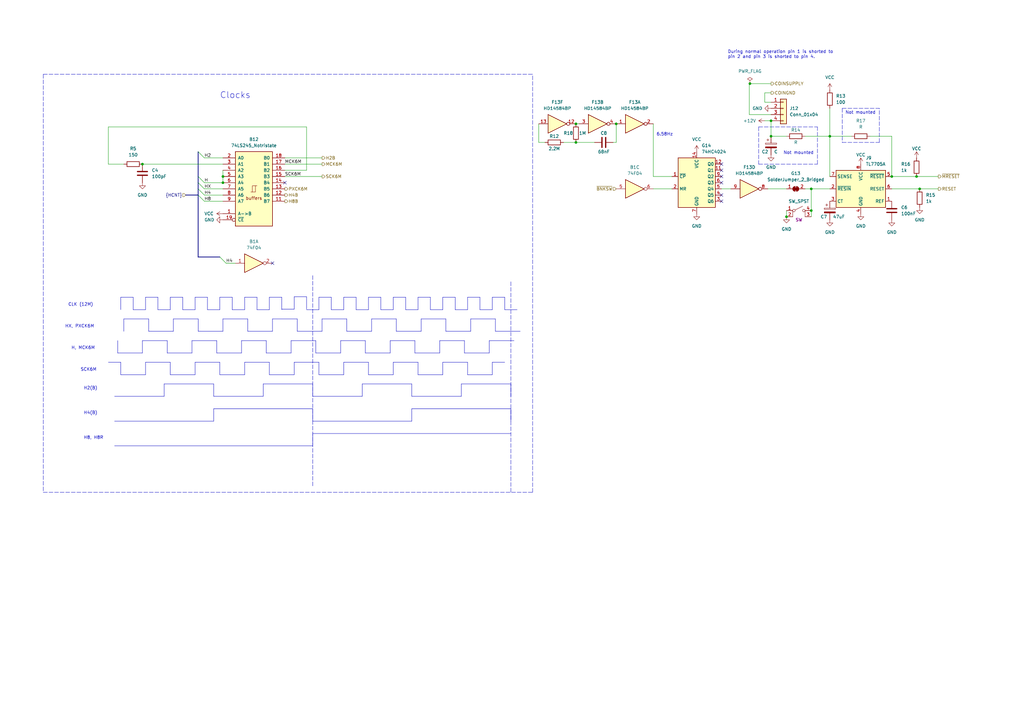
<source format=kicad_sch>
(kicad_sch (version 20211123) (generator eeschema)
  (paper "A3")
  (title_block (title "Arkanoid: Revenge of Doh ") (date "2023-02-22") (company "Ulf Skutnabba, twitter: @skutis77") (comment 1 "Seta number: P0-022-A"))
  (lib_symbols
    (symbol "74xx:74HC4024"
      (property "Reference" "U" (at -6.35 11.43 0))
      (property "Value" "74HC4024" (at 6.35 11.43 0))
      (symbol "74HC4024_0_1"
        (rectangle (start -7.62 10.16) (end 7.62 -10.16) (stroke (width 0.254)) (fill (type background)))
      )
      (symbol "74HC4024_1_0"
        (pin input line (at -10.16 2.54 0) (length 2.54) (name "~{CP}") (number "1"))
        (pin no_connect line (at -7.62 5.08 0) (length 2.54) hide (name "~") (number "10"))
        (pin output line (at 10.16 5.08 180) (length 2.54) (name "Q1") (number "11"))
        (pin output line (at 10.16 7.62 180) (length 2.54) (name "Q0") (number "12"))
        (pin no_connect line (at -7.62 -5.08 0) (length 2.54) hide (name "~") (number "13"))
        (pin power_in line (at 0 12.7 270) (length 2.54) (name "VCC") (number "14"))
        (pin input line (at -10.16 -2.54 0) (length 2.54) (name "MR") (number "2"))
        (pin output line (at 10.16 -7.62 180) (length 2.54) (name "Q6") (number "3"))
        (pin output line (at 10.16 -5.08 180) (length 2.54) (name "Q5") (number "4"))
        (pin output line (at 10.16 -2.54 180) (length 2.54) (name "Q4") (number "5"))
        (pin output line (at 10.16 0 180) (length 2.54) (name "Q3") (number "6"))
        (pin power_in line (at 0 -12.7 90) (length 2.54) (name "GND") (number "7"))
        (pin no_connect line (at -7.62 7.62 0) (length 2.54) hide (name "~") (number "8"))
        (pin output line (at 10.16 2.54 180) (length 2.54) (name "Q2") (number "9"))
      )
    )
    (symbol "Connector_Generic:Conn_01x04" (pin_names (offset 1.016) hide)
      (property "Reference" "J" (at 0 5.08 0))
      (property "Value" "Conn_01x04" (at 0 -7.62 0))
      (symbol "Conn_01x04_1_1"
        (rectangle (start -1.27 -4.953) (end 0 -5.207) (stroke (width 0.1524)))
        (rectangle (start -1.27 -2.413) (end 0 -2.667) (stroke (width 0.1524)))
        (rectangle (start -1.27 0.127) (end 0 -0.127) (stroke (width 0.1524)))
        (rectangle (start -1.27 2.667) (end 0 2.413) (stroke (width 0.1524)))
        (rectangle (start -1.27 3.81) (end 1.27 -6.35) (stroke (width 0.254)) (fill (type background)))
        (pin passive line (at -5.08 2.54 0) (length 3.81) (name "Pin_1") (number "1"))
        (pin passive line (at -5.08 0 0) (length 3.81) (name "Pin_2") (number "2"))
        (pin passive line (at -5.08 -2.54 0) (length 3.81) (name "Pin_3") (number "3"))
        (pin passive line (at -5.08 -5.08 0) (length 3.81) (name "Pin_4") (number "4"))
      )
    )
    (symbol "Device:C" (pin_numbers hide) (pin_names (offset 0.254))
      (property "Reference" "C" (at 0.635 2.54 0))
      (property "Value" "C" (at 0.635 -2.54 0))
      (symbol "C_0_1"
        (polyline (pts (xy -2.032 -0.762) (xy 2.032 -0.762)) (stroke (width 0.508)))
        (polyline (pts (xy -2.032 0.762) (xy 2.032 0.762)) (stroke (width 0.508)))
      )
      (symbol "C_1_1"
        (pin passive line (at 0 3.81 270) (length 2.794) (name "~") (number "1"))
        (pin passive line (at 0 -3.81 90) (length 2.794) (name "~") (number "2"))
      )
    )
    (symbol "Device:C_Polarized" (pin_numbers hide) (pin_names (offset 0.254))
      (property "Reference" "C" (at 0.635 2.54 0))
      (property "Value" "C_Polarized" (at 0.635 -2.54 0))
      (symbol "C_Polarized_0_1"
        (rectangle (start -2.286 0.508) (end 2.286 1.016))
        (polyline (pts (xy -1.778 2.286) (xy -0.762 2.286)))
        (polyline (pts (xy -1.27 2.794) (xy -1.27 1.778)))
        (rectangle (start 2.286 -0.508) (end -2.286 -1.016) (fill (type outline)))
      )
      (symbol "C_Polarized_1_1"
        (pin passive line (at 0 3.81 270) (length 2.794) (name "~") (number "1"))
        (pin passive line (at 0 -3.81 90) (length 2.794) (name "~") (number "2"))
      )
    )
    (symbol "Device:R" (pin_numbers hide) (pin_names (offset 0))
      (property "Reference" "R" (at 2.032 0 90))
      (property "Value" "R" (at 0 0 90))
      (symbol "R_0_1"
        (rectangle (start -1.016 -2.54) (end 1.016 2.54) (stroke (width 0.254)))
      )
      (symbol "R_1_1"
        (pin passive line (at 0 3.81 270) (length 1.27) (name "~") (number "1"))
        (pin passive line (at 0 -3.81 90) (length 1.27) (name "~") (number "2"))
      )
    )
    (symbol "Jumper:SolderJumper_2_Bridged" (pin_names (offset 0) hide)
      (property "Reference" "JP" (at 0 2.032 0))
      (property "Value" "SolderJumper_2_Bridged" (at 0 -2.54 0))
      (symbol "SolderJumper_2_Bridged_0_1"
        (rectangle (start -0.508 0.508) (end 0.508 -0.508) (fill (type outline)))
        (arc (start -0.254 1.016) (mid -1.27 0) (end -0.254 -1.016))
        (arc (start -0.254 1.016) (mid -1.27 0) (end -0.254 -1.016) (fill (type outline)))
        (polyline (pts (xy -0.254 1.016) (xy -0.254 -1.016)))
        (polyline (pts (xy 0.254 1.016) (xy 0.254 -1.016)))
        (arc (start 0.254 -1.016) (mid 1.27 0) (end 0.254 1.016))
        (arc (start 0.254 -1.016) (mid 1.27 0) (end 0.254 1.016) (fill (type outline)))
      )
      (symbol "SolderJumper_2_Bridged_1_1"
        (pin passive line (at -3.81 0 0) (length 2.54) (name "A") (number "1"))
        (pin passive line (at 3.81 0 180) (length 2.54) (name "B") (number "2"))
      )
    )
    (symbol "Power_Supervisor:TL7705A"
      (property "Reference" "U" (at -8.89 8.89 0))
      (property "Value" "TL7705A" (at 10.16 8.89 0))
      (symbol "TL7705A_0_1"
        (rectangle (start -10.16 7.62) (end 10.16 -7.62) (stroke (width 0.254)) (fill (type background)))
      )
      (symbol "TL7705A_1_1"
        (pin output line (at 12.7 -5.08 180) (length 2.54) (name "REF") (number "1"))
        (pin input line (at -12.7 0 0) (length 2.54) (name "~{RESIN}") (number "2"))
        (pin passive line (at -12.7 -5.08 0) (length 2.54) (name "CT") (number "3"))
        (pin power_in line (at 0 -10.16 90) (length 2.54) (name "GND") (number "4"))
        (pin open_collector line (at 12.7 5.08 180) (length 2.54) (name "~{RESET}") (number "5"))
        (pin open_collector line (at 12.7 0 180) (length 2.54) (name "RESET") (number "6"))
        (pin input line (at -12.7 5.08 0) (length 2.54) (name "SENSE") (number "7"))
        (pin power_in line (at 0 10.16 270) (length 2.54) (name "VCC") (number "8"))
      )
    )
    (symbol "jt74:74LS04" (pin_names (offset 1.016))
      (property "Reference" "U" (at 0 1.27 0))
      (property "Value" "74LS04" (at 0 -1.27 0))
      (symbol "74LS04_1_0"
        (polyline (pts (xy -3.81 3.81) (xy -3.81 -3.81) (xy 3.81 0) (xy -3.81 3.81)) (stroke (width 0.254)) (fill (type background)))
        (pin input line (at -7.62 0 0) (length 3.81) (name "~") (number "1"))
        (pin output inverted (at 7.62 0 180) (length 3.81) (name "~") (number "2"))
      )
      (symbol "74LS04_2_0"
        (polyline (pts (xy -3.81 3.81) (xy -3.81 -3.81) (xy 3.81 0) (xy -3.81 3.81)) (stroke (width 0.254)) (fill (type background)))
        (pin input line (at -7.62 0 0) (length 3.81) (name "~") (number "3"))
        (pin output inverted (at 7.62 0 180) (length 3.81) (name "~") (number "4"))
      )
      (symbol "74LS04_3_0"
        (polyline (pts (xy -3.81 3.81) (xy -3.81 -3.81) (xy 3.81 0) (xy -3.81 3.81)) (stroke (width 0.254)) (fill (type background)))
        (pin input line (at -7.62 0 0) (length 3.81) (name "~") (number "5"))
        (pin output inverted (at 7.62 0 180) (length 3.81) (name "~") (number "6"))
      )
      (symbol "74LS04_4_0"
        (polyline (pts (xy -3.81 3.81) (xy -3.81 -3.81) (xy 3.81 0) (xy -3.81 3.81)) (stroke (width 0.254)) (fill (type background)))
        (pin output inverted (at 7.62 0 180) (length 3.81) (name "~") (number "8"))
        (pin input line (at -7.62 0 0) (length 3.81) (name "~") (number "9"))
      )
      (symbol "74LS04_5_0"
        (polyline (pts (xy -3.81 3.81) (xy -3.81 -3.81) (xy 3.81 0) (xy -3.81 3.81)) (stroke (width 0.254)) (fill (type background)))
        (pin output inverted (at 7.62 0 180) (length 3.81) (name "~") (number "10"))
        (pin input line (at -7.62 0 0) (length 3.81) (name "~") (number "11"))
      )
      (symbol "74LS04_6_0"
        (polyline (pts (xy -3.81 3.81) (xy -3.81 -3.81) (xy 3.81 0) (xy -3.81 3.81)) (stroke (width 0.254)) (fill (type background)))
        (pin output inverted (at 7.62 0 180) (length 3.81) (name "~") (number "12"))
        (pin input line (at -7.62 0 0) (length 3.81) (name "~") (number "13"))
      )
      (symbol "74LS04_7_0"
        (pin power_in line (at 0 7.62 270) (length 5.08) hide (name "VCC") (number "14"))
        (pin power_in line (at 0 -7.62 90) (length 5.08) hide (name "VSS") (number "7"))
      )
      (symbol "74LS04_7_1"
        (rectangle (start -5.08 7.62) (end 5.08 -7.62) (stroke (width 0.254)) (fill (type background)))
      )
    )
    (symbol "jt74:74LS14" (pin_names (offset 1.016))
      (property "Reference" "U" (at 0 1.27 0))
      (property "Value" "74LS14" (at 0 -1.27 0))
      (symbol "74LS14_1_0"
        (polyline (pts (xy -3.81 3.81) (xy -3.81 -3.81) (xy 3.81 0) (xy -3.81 3.81)) (stroke (width 0.254)) (fill (type background)))
        (pin input line (at -7.62 0 0) (length 3.81) (name "~") (number "1"))
        (pin output inverted (at 7.62 0 180) (length 3.81) (name "~") (number "2"))
      )
      (symbol "74LS14_2_0"
        (polyline (pts (xy -3.81 3.81) (xy -3.81 -3.81) (xy 3.81 0) (xy -3.81 3.81)) (stroke (width 0.254)) (fill (type background)))
        (pin input line (at -7.62 0 0) (length 3.81) (name "~") (number "3"))
        (pin output inverted (at 7.62 0 180) (length 3.81) (name "~") (number "4"))
      )
      (symbol "74LS14_3_0"
        (polyline (pts (xy -3.81 3.81) (xy -3.81 -3.81) (xy 3.81 0) (xy -3.81 3.81)) (stroke (width 0.254)) (fill (type background)))
        (pin input line (at -7.62 0 0) (length 3.81) (name "~") (number "5"))
        (pin output inverted (at 7.62 0 180) (length 3.81) (name "~") (number "6"))
      )
      (symbol "74LS14_4_0"
        (polyline (pts (xy -3.81 3.81) (xy -3.81 -3.81) (xy 3.81 0) (xy -3.81 3.81)) (stroke (width 0.254)) (fill (type background)))
        (pin output inverted (at 7.62 0 180) (length 3.81) (name "~") (number "8"))
        (pin input line (at -7.62 0 0) (length 3.81) (name "~") (number "9"))
      )
      (symbol "74LS14_5_0"
        (polyline (pts (xy -3.81 3.81) (xy -3.81 -3.81) (xy 3.81 0) (xy -3.81 3.81)) (stroke (width 0.254)) (fill (type background)))
        (pin output inverted (at 7.62 0 180) (length 3.81) (name "~") (number "10"))
        (pin input line (at -7.62 0 0) (length 3.81) (name "~") (number "11"))
      )
      (symbol "74LS14_6_0"
        (polyline (pts (xy -3.81 3.81) (xy -3.81 -3.81) (xy 3.81 0) (xy -3.81 3.81)) (stroke (width 0.254)) (fill (type background)))
        (pin output inverted (at 7.62 0 180) (length 3.81) (name "~") (number "12"))
        (pin input line (at -7.62 0 0) (length 3.81) (name "~") (number "13"))
      )
      (symbol "74LS14_7_0"
        (pin power_in line (at 0 7.62 270) (length 5.08) hide (name "VCC") (number "14"))
        (pin power_in line (at 1.27 -7.62 90) (length 5.08) hide (name "VSS") (number "7"))
      )
      (symbol "74LS14_7_1"
        (rectangle (start -5.08 7.62) (end 5.08 -7.62) (stroke (width 0.254)) (fill (type background)))
      )
    )
    (symbol "power:+12V" (power) (pin_names (offset 0))
      (property "Value" "+12V" (at 0 3.556 0))
      (symbol "+12V_0_1"
        (polyline (pts (xy -0.762 1.27) (xy 0 2.54)))
        (polyline (pts (xy 0 0) (xy 0 2.54)))
        (polyline (pts (xy 0 2.54) (xy 0.762 1.27)))
      )
      (symbol "+12V_1_1"
        (pin power_in line (at 0 0 90) (length 0) hide (name "+12V") (number "1"))
      )
    )
    (symbol "power:GND" (power) (pin_names (offset 0))
      (property "Value" "GND" (at 0 -3.81 0))
      (symbol "GND_0_1"
        (polyline (pts (xy 0 0) (xy 0 -1.27) (xy 1.27 -1.27) (xy 0 -2.54) (xy -1.27 -1.27) (xy 0 -1.27)))
      )
      (symbol "GND_1_1"
        (pin power_in line (at 0 0 270) (length 0) hide (name "GND") (number "1"))
      )
    )
    (symbol "power:PWR_FLAG" (power) (pin_numbers hide) (pin_names (offset 0) hide)
      (property "Value" "PWR_FLAG" (at 0 3.81 0))
      (symbol "PWR_FLAG_0_0"
        (pin power_out line (at 0 0 90) (length 0) (name "pwr") (number "1"))
      )
      (symbol "PWR_FLAG_0_1"
        (polyline (pts (xy 0 0) (xy 0 1.27) (xy -1.016 1.905) (xy 0 2.54) (xy 1.016 1.905) (xy 0 1.27)))
      )
    )
    (symbol "power:VCC" (power) (pin_names (offset 0))
      (property "Value" "VCC" (at 0 3.81 0))
      (symbol "VCC_0_1"
        (polyline (pts (xy -0.762 1.27) (xy 0 2.54)))
        (polyline (pts (xy 0 0) (xy 0 2.54)))
        (polyline (pts (xy 0 2.54) (xy 0.762 1.27)))
      )
      (symbol "VCC_1_1"
        (pin power_in line (at 0 0 90) (length 0) hide (name "VCC") (number "1"))
      )
    )
    (symbol "skutis:74LS245_Notristate" (pin_names (offset 1.016))
      (property "Reference" "U" (at -7.62 16.51 0))
      (property "Value" "74LS245_Notristate" (at 2.54 -13.97 0))
      (symbol "74LS245_Notristate_0_0"
        (text "buffers" (at 0 -3.81 0) (effects (font (size 1.27 1.27))))
      )
      (symbol "74LS245_Notristate_1_0"
        (polyline (pts (xy -0.635 -1.27) (xy -0.635 1.27) (xy 0.635 1.27)))
        (polyline (pts (xy -1.27 -1.27) (xy 0.635 -1.27) (xy 0.635 1.27) (xy 1.27 1.27)))
        (pin input line (at -12.7 -10.16 0) (length 5.08) (name "A->B") (number "1"))
        (pin tri_state line (at 12.7 -5.08 180) (length 5.08) (name "B7") (number "11"))
        (pin tri_state line (at 12.7 -2.54 180) (length 5.08) (name "B6") (number "12"))
        (pin tri_state line (at 12.7 0 180) (length 5.08) (name "B5") (number "13"))
        (pin tri_state line (at 12.7 2.54 180) (length 5.08) (name "B4") (number "14"))
        (pin tri_state line (at 12.7 5.08 180) (length 5.08) (name "B3") (number "15"))
        (pin tri_state line (at 12.7 7.62 180) (length 5.08) (name "B2") (number "16"))
        (pin tri_state line (at 12.7 10.16 180) (length 5.08) (name "B1") (number "17"))
        (pin tri_state line (at 12.7 12.7 180) (length 5.08) (name "B0") (number "18"))
        (pin input inverted (at -12.7 -12.7 0) (length 5.08) (name "~{CE}") (number "19"))
        (pin input line (at -12.7 12.7 0) (length 5.08) (name "A0") (number "2"))
        (pin input line (at -12.7 10.16 0) (length 5.08) (name "A1") (number "3"))
        (pin input line (at -12.7 7.62 0) (length 5.08) (name "A2") (number "4"))
        (pin input line (at -12.7 5.08 0) (length 5.08) (name "A3") (number "5"))
        (pin input line (at -12.7 2.54 0) (length 5.08) (name "A4") (number "6"))
        (pin input line (at -12.7 0 0) (length 5.08) (name "A5") (number "7"))
        (pin input line (at -12.7 -2.54 0) (length 5.08) (name "A6") (number "8"))
        (pin input line (at -12.7 -5.08 0) (length 5.08) (name "A7") (number "9"))
      )
      (symbol "74LS245_Notristate_1_1"
        (rectangle (start -7.62 15.24) (end 7.62 -15.24) (stroke (width 0.254)) (fill (type background)))
      )
    )
    (symbol "skutis:SW_SPST"
      (property "Reference" "SW" (at 0 7.62 0))
      (property "Value" "SW_SPST" (at 0 5.08 0))
      (symbol "SW_SPST_0_0"
        (circle (center -2.032 1.27) (radius 0.508))
        (polyline (pts (xy -1.524 1.524) (xy 1.524 3.048)))
        (circle (center 2.032 1.27) (radius 0.508))
      )
      (symbol "SW_SPST_0_1"
        (polyline (pts (xy -2.54 -1.27) (xy -2.54 1.27)))
        (polyline (pts (xy 2.54 -1.27) (xy 2.54 1.27)))
      )
      (symbol "SW_SPST_1_1"
        (pin passive line (at -5.08 1.27 0) (length 2.54) (name "") (number "1"))
        (pin passive line (at -5.08 -1.27 0) (length 2.54) (name "") (number "2"))
        (pin passive line (at 5.08 -1.27 180) (length 2.54) (name "") (number "3"))
        (pin passive line (at 5.08 1.27 180) (length 2.54) (name "") (number "4"))
      )
    )
  )
  (junction (at 340.36 55.88))
  (junction (at 365.76 72.39))
  (junction (at 375.92 72.39))
  (junction (at 332.74 86.36))
  (junction (at 58.42 67.31))
  (junction (at 307.586 34.29))
  (junction (at 332.74 77.47))
  (junction (at 322.58 88.9))
  (junction (at 236.22 58.42))
  (junction (at 316.23 49.53))
  (junction (at 91.44 74.93))
  (junction (at 377.19 77.47))
  (junction (at 236.22 50.8))
  (junction (at 91.44 72.39))
  (junction (at 316.23 55.88))
  (junction (at 252.73 50.8))
  (no_connect (at 295.91 82.55))
  (no_connect (at 295.91 74.93))
  (no_connect (at 295.91 69.85))
  (no_connect (at 295.91 67.31))
  (no_connect (at 295.91 80.01))
  (no_connect (at 116.84 74.93))
  (no_connect (at 295.91 72.39))
  (no_connect (at 111.76 107.95))
  (bus_entry (at 90.17 105.41) (size 2.54 2.54))
  (bus_entry (at 81.28 80.01) (size 2.54 2.54))
  (bus_entry (at 81.28 62.23) (size 2.54 2.54))
  (bus_entry (at 81.28 77.47) (size 2.54 2.54))
  (bus_entry (at 81.28 72.39) (size 2.54 2.54))
  (bus_entry (at 81.28 74.93) (size 2.54 2.54))
  (wire (pts (xy 314.96 77.47) (xy 322.58 77.47)))
  (polyline (pts (xy 120.65 148.59) (xy 130.81 148.59)) (stroke (width 0) (type solid)))
  (polyline (pts (xy 120.65 153.67) (xy 120.65 148.59)) (stroke (width 0) (type solid)))
  (wire (pts (xy 83.82 74.93) (xy 91.44 74.93)))
  (polyline (pts (xy 209.55 115.57) (xy 209.55 201.93)))
  (polyline (pts (xy 50.8 135.89) (xy 50.8 130.81)) (stroke (width 0) (type solid)))
  (polyline (pts (xy 171.45 148.59) (xy 171.45 153.67)) (stroke (width 0) (type solid)))
  (wire (pts (xy 267.97 50.8) (xy 267.97 72.39)))
  (polyline (pts (xy 186.69 127) (xy 191.77 127)) (stroke (width 0) (type solid)))
  (polyline (pts (xy 190.5 144.78) (xy 200.66 144.78)) (stroke (width 0) (type solid)))
  (polyline (pts (xy 140.97 153.67) (xy 140.97 148.59)) (stroke (width 0) (type solid)))
  (polyline (pts (xy 345.44 58.42) (xy 360.68 58.42)))
  (wire (pts (xy 322.58 55.88) (xy 316.23 55.88)))
  (polyline (pts (xy 17.78 30.48) (xy 17.78 201.93)))
  (polyline (pts (xy 91.44 135.89) (xy 91.44 130.81)) (stroke (width 0) (type solid)))
  (wire (pts (xy 349.25 55.88) (xy 340.36 55.88)))
  (polyline (pts (xy 46.99 182.88) (xy 128.27 182.88)) (stroke (width 0) (type solid)))
  (polyline (pts (xy 90.17 153.67) (xy 100.33 153.67)) (stroke (width 0) (type solid)))
  (polyline (pts (xy 69.85 127) (xy 69.85 121.92)) (stroke (width 0) (type solid)))
  (polyline (pts (xy 171.45 121.92) (xy 176.53 121.92)) (stroke (width 0) (type solid)))
  (polyline (pts (xy 161.29 121.92) (xy 166.37 121.92)) (stroke (width 0) (type solid)))
  (polyline (pts (xy 345.44 44.45) (xy 360.68 44.45)))
  (polyline (pts (xy 128.27 162.56) (xy 148.59 162.56)) (stroke (width 0) (type solid)))
  (polyline (pts (xy 100.33 127) (xy 100.33 121.92)) (stroke (width 0) (type solid)))
  (polyline (pts (xy 190.5 139.7) (xy 190.5 144.78)) (stroke (width 0) (type solid)))
  (polyline (pts (xy 99.06 144.78) (xy 99.06 139.7)) (stroke (width 0) (type solid)))
  (polyline (pts (xy 90.17 127) (xy 90.17 121.92)) (stroke (width 0) (type solid)))
  (polyline (pts (xy 209.55 162.56) (xy 209.55 157.48)) (stroke (width 0) (type solid)))
  (wire (pts (xy 267.97 77.47) (xy 275.59 77.47)))
  (polyline (pts (xy 191.77 148.59) (xy 191.77 153.67)) (stroke (width 0) (type solid)))
  (polyline (pts (xy 59.69 121.92) (xy 64.77 121.92)) (stroke (width 0) (type solid)))
  (polyline (pts (xy 189.23 157.48) (xy 209.55 157.48)) (stroke (width 0) (type solid)))
  (polyline (pts (xy 100.33 148.59) (xy 110.49 148.59)) (stroke (width 0) (type solid)))
  (wire (pts (xy 231.14 58.42) (xy 236.22 58.42)))
  (polyline (pts (xy 87.63 162.56) (xy 107.95 162.56)) (stroke (width 0) (type solid)))
  (polyline (pts (xy 128.27 172.72) (xy 168.91 172.72)) (stroke (width 0) (type solid)))
  (wire (pts (xy 220.98 50.8) (xy 220.98 58.42)))
  (polyline (pts (xy 95.25 121.92) (xy 95.25 127)) (stroke (width 0) (type solid)))
  (wire (pts (xy 44.45 52.07) (xy 44.45 67.31)))
  (polyline (pts (xy 201.93 148.59) (xy 207.01 148.59)) (stroke (width 0) (type solid)))
  (wire (pts (xy 116.84 67.31) (xy 132.08 67.31)))
  (wire (pts (xy 316.23 38.1) (xy 313.69 38.1)))
  (polyline (pts (xy 110.49 148.59) (xy 110.49 153.67)) (stroke (width 0) (type solid)))
  (wire (pts (xy 365.76 72.39) (xy 365.76 55.88)))
  (polyline (pts (xy 203.2 130.81) (xy 203.2 135.89)) (stroke (width 0) (type solid)))
  (polyline (pts (xy 125.73 127) (xy 130.81 127)) (stroke (width 0) (type solid)))
  (polyline (pts (xy 200.66 144.78) (xy 200.66 139.7)) (stroke (width 0) (type solid)))
  (wire (pts (xy 377.19 77.47) (xy 384.81 77.47)))
  (polyline (pts (xy 87.63 162.56) (xy 87.63 157.48)) (stroke (width 0) (type solid)))
  (wire (pts (xy 125.73 52.07) (xy 44.45 52.07)))
  (polyline (pts (xy 74.93 127) (xy 80.01 127)) (stroke (width 0) (type solid)))
  (polyline (pts (xy 135.89 121.92) (xy 135.89 127)) (stroke (width 0) (type solid)))
  (polyline (pts (xy 161.29 153.67) (xy 161.29 148.59)) (stroke (width 0) (type solid)))
  (bus (pts (xy 81.28 62.23) (xy 81.28 72.39)))
  (polyline (pts (xy 111.76 130.81) (xy 121.92 130.81)) (stroke (width 0) (type solid)))
  (wire (pts (xy 83.82 64.77) (xy 91.44 64.77)))
  (wire (pts (xy 365.76 77.47) (xy 377.19 77.47)))
  (polyline (pts (xy 196.85 121.92) (xy 196.85 127)) (stroke (width 0) (type solid)))
  (polyline (pts (xy 142.24 135.89) (xy 152.4 135.89)) (stroke (width 0) (type solid)))
  (polyline (pts (xy 101.6 135.89) (xy 111.76 135.89)) (stroke (width 0) (type solid)))
  (polyline (pts (xy 87.63 172.72) (xy 87.63 167.64)) (stroke (width 0) (type solid)))
  (wire (pts (xy 91.44 69.85) (xy 91.44 72.39)))
  (polyline (pts (xy 46.99 172.72) (xy 87.63 172.72)) (stroke (width 0) (type solid)))
  (polyline (pts (xy 69.85 148.59) (xy 69.85 153.67)) (stroke (width 0) (type solid)))
  (wire (pts (xy 307.586 34.29) (xy 316.23 34.29)))
  (polyline (pts (xy 90.17 121.92) (xy 95.25 121.92)) (stroke (width 0) (type solid)))
  (polyline (pts (xy 110.49 153.67) (xy 120.65 153.67)) (stroke (width 0) (type solid)))
  (polyline (pts (xy 191.77 121.92) (xy 196.85 121.92)) (stroke (width 0) (type solid)))
  (wire (pts (xy 313.69 49.53) (xy 316.23 49.53)))
  (polyline (pts (xy 58.42 139.7) (xy 68.58 139.7)) (stroke (width 0) (type solid)))
  (wire (pts (xy 332.74 77.47) (xy 340.36 77.47)))
  (wire (pts (xy 44.45 67.31) (xy 50.8 67.31)))
  (polyline (pts (xy 100.33 153.67) (xy 100.33 148.59)) (stroke (width 0) (type solid)))
  (polyline (pts (xy 69.85 121.92) (xy 74.93 121.92)) (stroke (width 0) (type solid)))
  (polyline (pts (xy 99.06 139.7) (xy 109.22 139.7)) (stroke (width 0) (type solid)))
  (polyline (pts (xy 91.44 130.81) (xy 101.6 130.81)) (stroke (width 0) (type solid)))
  (polyline (pts (xy 176.53 121.92) (xy 176.53 127)) (stroke (width 0) (type solid)))
  (polyline (pts (xy 172.72 135.89) (xy 172.72 130.81)) (stroke (width 0) (type solid)))
  (polyline (pts (xy 130.81 121.92) (xy 135.89 121.92)) (stroke (width 0) (type solid)))
  (wire (pts (xy 125.73 69.85) (xy 125.73 52.07)))
  (polyline (pts (xy 160.02 139.7) (xy 170.18 139.7)) (stroke (width 0) (type solid)))
  (polyline (pts (xy 149.86 139.7) (xy 149.86 144.78)) (stroke (width 0) (type solid)))
  (polyline (pts (xy 168.91 167.64) (xy 209.55 167.64)) (stroke (width 0) (type solid)))
  (polyline (pts (xy 151.13 127) (xy 151.13 121.92)) (stroke (width 0) (type solid)))
  (polyline (pts (xy 44.45 148.59) (xy 49.53 148.59)) (stroke (width 0) (type solid)))
  (polyline (pts (xy 201.93 127) (xy 201.93 121.92)) (stroke (width 0) (type solid)))
  (polyline (pts (xy 48.26 144.78) (xy 58.42 144.78)) (stroke (width 0) (type solid)))
  (polyline (pts (xy 132.08 135.89) (xy 132.08 130.81)) (stroke (width 0) (type solid)))
  (polyline (pts (xy 109.22 139.7) (xy 109.22 144.78)) (stroke (width 0) (type solid)))
  (polyline (pts (xy 162.56 135.89) (xy 172.72 135.89)) (stroke (width 0) (type solid)))
  (polyline (pts (xy 119.38 144.78) (xy 119.38 139.7)) (stroke (width 0) (type solid)))
  (wire (pts (xy 295.91 77.47) (xy 299.72 77.47)))
  (polyline (pts (xy 60.96 135.89) (xy 71.12 135.89)) (stroke (width 0) (type solid)))
  (polyline (pts (xy 139.7 144.78) (xy 139.7 139.7)) (stroke (width 0) (type solid)))
  (polyline (pts (xy 67.31 162.56) (xy 67.31 157.48)) (stroke (width 0) (type solid)))
  (polyline (pts (xy 201.93 121.92) (xy 207.01 121.92)) (stroke (width 0) (type solid)))
  (polyline (pts (xy 180.34 139.7) (xy 190.5 139.7)) (stroke (width 0) (type solid)))
  (wire (pts (xy 316.23 55.88) (xy 316.23 49.53)))
  (polyline (pts (xy 49.53 121.92) (xy 54.61 121.92)) (stroke (width 0) (type solid)))
  (polyline (pts (xy 80.01 121.92) (xy 85.09 121.92)) (stroke (width 0) (type solid)))
  (wire (pts (xy 340.36 44.45) (xy 340.36 55.88)))
  (wire (pts (xy 307.34 46.99) (xy 316.23 46.99)))
  (polyline (pts (xy 311.15 67.31) (xy 335.28 67.31)))
  (polyline (pts (xy 107.95 157.48) (xy 128.27 157.48)) (stroke (width 0) (type solid)))
  (polyline (pts (xy 193.04 135.89) (xy 193.04 130.81)) (stroke (width 0) (type solid)))
  (polyline (pts (xy 182.88 135.89) (xy 193.04 135.89)) (stroke (width 0) (type solid)))
  (polyline (pts (xy 81.28 135.89) (xy 91.44 135.89)) (stroke (width 0) (type solid)))
  (wire (pts (xy 83.82 77.47) (xy 91.44 77.47)))
  (polyline (pts (xy 140.97 127) (xy 140.97 121.92)) (stroke (width 0) (type solid)))
  (polyline (pts (xy 151.13 153.67) (xy 161.29 153.67)) (stroke (width 0) (type solid)))
  (wire (pts (xy 252.73 58.42) (xy 252.73 50.8)))
  (polyline (pts (xy 166.37 121.92) (xy 166.37 127)) (stroke (width 0) (type solid)))
  (polyline (pts (xy 207.01 127) (xy 212.09 127)) (stroke (width 0) (type solid)))
  (polyline (pts (xy 151.13 121.92) (xy 156.21 121.92)) (stroke (width 0) (type solid)))
  (polyline (pts (xy 161.29 148.59) (xy 171.45 148.59)) (stroke (width 0) (type solid)))
  (polyline (pts (xy 90.17 148.59) (xy 90.17 153.67)) (stroke (width 0) (type solid)))
  (polyline (pts (xy 80.01 148.59) (xy 90.17 148.59)) (stroke (width 0) (type solid)))
  (bus (pts (xy 81.28 77.47) (xy 81.28 80.01)))
  (polyline (pts (xy 140.97 148.59) (xy 151.13 148.59)) (stroke (width 0) (type solid)))
  (polyline (pts (xy 125.73 121.7099) (xy 125.73 126.7899)) (stroke (width 0) (type solid)))
  (polyline (pts (xy 209.55 172.72) (xy 209.55 167.64)) (stroke (width 0) (type solid)))
  (polyline (pts (xy 130.81 127) (xy 130.81 121.92)) (stroke (width 0) (type solid)))
  (bus (pts (xy 81.28 105.41) (xy 90.17 105.41)))
  (polyline (pts (xy 121.92 135.89) (xy 132.08 135.89)) (stroke (width 0) (type solid)))
  (polyline (pts (xy 146.05 121.92) (xy 146.05 127)) (stroke (width 0) (type solid)))
  (polyline (pts (xy 17.78 30.48) (xy 218.44 30.48)))
  (wire (pts (xy 251.46 58.42) (xy 252.73 58.42)))
  (polyline (pts (xy 170.18 139.7) (xy 170.18 144.78)) (stroke (width 0) (type solid)))
  (polyline (pts (xy 71.12 135.89) (xy 71.12 130.81)) (stroke (width 0) (type solid)))
  (polyline (pts (xy 119.38 139.7) (xy 129.54 139.7)) (stroke (width 0) (type solid)))
  (polyline (pts (xy 196.85 127) (xy 201.93 127)) (stroke (width 0) (type solid)))
  (polyline (pts (xy 162.56 130.81) (xy 162.56 135.89)) (stroke (width 0) (type solid)))
  (polyline (pts (xy 166.37 127) (xy 171.45 127)) (stroke (width 0) (type solid)))
  (polyline (pts (xy 109.22 144.78) (xy 119.38 144.78)) (stroke (width 0) (type solid)))
  (polyline (pts (xy 50.8 130.81) (xy 60.96 130.81)) (stroke (width 0) (type solid)))
  (polyline (pts (xy 87.63 167.64) (xy 128.27 167.64)) (stroke (width 0) (type solid)))
  (polyline (pts (xy 128.27 172.72) (xy 128.27 167.64)) (stroke (width 0) (type solid)))
  (polyline (pts (xy 46.99 162.56) (xy 67.31 162.56)) (stroke (width 0) (type solid)))
  (polyline (pts (xy 49.53 148.59) (xy 49.53 153.67)) (stroke (width 0) (type solid)))
  (polyline (pts (xy 115.57 121.92) (xy 115.57 127)) (stroke (width 0) (type solid)))
  (wire (pts (xy 92.71 107.95) (xy 96.52 107.95)))
  (polyline (pts (xy 128.27 162.56) (xy 128.27 157.48)) (stroke (width 0) (type solid)))
  (polyline (pts (xy 110.49 127) (xy 110.49 121.92)) (stroke (width 0) (type solid)))
  (polyline (pts (xy 149.86 144.78) (xy 160.02 144.78)) (stroke (width 0) (type solid)))
  (polyline (pts (xy 193.04 130.81) (xy 203.2 130.81)) (stroke (width 0) (type solid)))
  (polyline (pts (xy 335.28 67.31) (xy 335.28 52.07)))
  (polyline (pts (xy 152.4 135.89) (xy 152.4 130.81)) (stroke (width 0) (type solid)))
  (polyline (pts (xy 207.01 121.92) (xy 207.01 127)) (stroke (width 0) (type solid)))
  (wire (pts (xy 332.74 86.36) (xy 332.74 88.9)))
  (polyline (pts (xy 59.69 127) (xy 59.69 121.92)) (stroke (width 0) (type solid)))
  (polyline (pts (xy 168.91 172.72) (xy 168.91 167.64)) (stroke (width 0) (type solid)))
  (wire (pts (xy 365.76 72.39) (xy 375.92 72.39)))
  (wire (pts (xy 236.22 50.8) (xy 237.49 50.8)))
  (wire (pts (xy 332.74 77.47) (xy 330.2 77.47)))
  (polyline (pts (xy 203.2 135.89) (xy 213.36 135.89)) (stroke (width 0) (type solid)))
  (polyline (pts (xy 49.53 127) (xy 49.53 121.92)) (stroke (width 0) (type solid)))
  (polyline (pts (xy 156.21 121.92) (xy 156.21 127)) (stroke (width 0) (type solid)))
  (polyline (pts (xy 129.54 144.78) (xy 139.7 144.78)) (stroke (width 0) (type solid)))
  (wire (pts (xy 307.34 34.29) (xy 307.586 34.29)))
  (polyline (pts (xy 48.26 139.7) (xy 48.26 144.78)) (stroke (width 0) (type solid)))
  (wire (pts (xy 83.82 80.01) (xy 91.44 80.01)))
  (polyline (pts (xy 191.77 127) (xy 191.77 121.92)) (stroke (width 0) (type solid)))
  (polyline (pts (xy 191.77 153.67) (xy 201.93 153.67)) (stroke (width 0) (type solid)))
  (polyline (pts (xy 49.53 153.67) (xy 59.69 153.67)) (stroke (width 0) (type solid)))
  (polyline (pts (xy 111.76 135.89) (xy 111.76 130.81)) (stroke (width 0) (type solid)))
  (polyline (pts (xy 105.41 127) (xy 110.49 127)) (stroke (width 0) (type solid)))
  (polyline (pts (xy 64.77 121.92) (xy 64.77 127)) (stroke (width 0) (type solid)))
  (wire (pts (xy 332.74 77.47) (xy 332.74 86.36)))
  (polyline (pts (xy 85.09 121.92) (xy 85.09 127)) (stroke (width 0) (type solid)))
  (polyline (pts (xy 58.42 144.78) (xy 58.42 139.7)) (stroke (width 0) (type solid)))
  (wire (pts (xy 375.92 72.39) (xy 384.81 72.39)))
  (polyline (pts (xy 311.15 52.07) (xy 335.28 52.07)))
  (wire (pts (xy 307.34 46.99) (xy 307.34 34.29)))
  (wire (pts (xy 116.84 69.85) (xy 125.73 69.85)))
  (wire (pts (xy 220.98 58.42) (xy 223.52 58.42)))
  (wire (pts (xy 322.58 86.36) (xy 322.58 88.9)))
  (polyline (pts (xy 132.08 130.81) (xy 142.24 130.81)) (stroke (width 0) (type solid)))
  (polyline (pts (xy 168.91 162.56) (xy 168.91 157.48)) (stroke (width 0) (type solid)))
  (polyline (pts (xy 100.33 121.92) (xy 105.41 121.92)) (stroke (width 0) (type solid)))
  (polyline (pts (xy 105.41 121.92) (xy 105.41 127)) (stroke (width 0) (type solid)))
  (wire (pts (xy 83.82 82.55) (xy 91.44 82.55)))
  (polyline (pts (xy 68.58 139.7) (xy 68.58 144.78)) (stroke (width 0) (type solid)))
  (polyline (pts (xy 64.77 127) (xy 69.85 127)) (stroke (width 0) (type solid)))
  (polyline (pts (xy 176.53 127) (xy 181.61 127)) (stroke (width 0) (type solid)))
  (polyline (pts (xy 120.65 121.7099) (xy 125.73 121.7099)) (stroke (width 0) (type solid)))
  (polyline (pts (xy 129.54 139.7) (xy 129.54 144.78)) (stroke (width 0) (type solid)))
  (polyline (pts (xy 218.44 201.93) (xy 218.44 30.48)))
  (polyline (pts (xy 148.59 157.48) (xy 168.91 157.48)) (stroke (width 0) (type solid)))
  (polyline (pts (xy 182.88 130.81) (xy 182.88 135.89)) (stroke (width 0) (type solid)))
  (wire (pts (xy 58.42 67.31) (xy 91.44 67.31)))
  (polyline (pts (xy 135.89 127) (xy 140.97 127)) (stroke (width 0) (type solid)))
  (polyline (pts (xy 59.69 148.59) (xy 69.85 148.59)) (stroke (width 0) (type solid)))
  (wire (pts (xy 132.08 72.39) (xy 116.84 72.39)))
  (polyline (pts (xy 139.7 139.7) (xy 149.86 139.7)) (stroke (width 0) (type solid)))
  (polyline (pts (xy 152.4 130.81) (xy 162.56 130.81)) (stroke (width 0) (type solid)))
  (polyline (pts (xy 142.24 130.81) (xy 142.24 135.89)) (stroke (width 0) (type solid)))
  (polyline (pts (xy 200.66 139.7) (xy 210.82 139.7)) (stroke (width 0) (type solid)))
  (polyline (pts (xy 311.15 52.07) (xy 311.15 67.31)))
  (polyline (pts (xy 68.58 144.78) (xy 78.74 144.78)) (stroke (width 0) (type solid)))
  (polyline (pts (xy 120.65 126.7899) (xy 120.65 121.7099)) (stroke (width 0) (type solid)))
  (polyline (pts (xy 130.81 148.59) (xy 130.81 153.67)) (stroke (width 0) (type solid)))
  (polyline (pts (xy 181.61 121.92) (xy 186.69 121.92)) (stroke (width 0) (type solid)))
  (polyline (pts (xy 85.09 127) (xy 90.17 127)) (stroke (width 0) (type solid)))
  (polyline (pts (xy 78.74 144.78) (xy 78.74 139.7)) (stroke (width 0) (type solid)))
  (polyline (pts (xy 107.95 162.56) (xy 107.95 157.48)) (stroke (width 0) (type solid)))
  (wire (pts (xy 132.08 64.77) (xy 116.84 64.77)))
  (polyline (pts (xy 128.27 182.88) (xy 128.27 177.8)) (stroke (width 0) (type solid)))
  (polyline (pts (xy 168.91 162.56) (xy 189.23 162.56)) (stroke (width 0) (type solid)))
  (polyline (pts (xy 54.61 127) (xy 59.69 127)) (stroke (width 0) (type solid)))
  (bus (pts (xy 81.28 74.93) (xy 81.28 77.47)))
  (polyline (pts (xy 71.12 130.81) (xy 81.28 130.81)) (stroke (width 0) (type solid)))
  (polyline (pts (xy 88.9 139.7) (xy 88.9 144.78)) (stroke (width 0) (type solid)))
  (polyline (pts (xy 81.28 130.81) (xy 81.28 135.89)) (stroke (width 0) (type solid)))
  (polyline (pts (xy 80.01 153.67) (xy 80.01 148.59)) (stroke (width 0) (type solid)))
  (wire (pts (xy 313.69 38.1) (xy 313.69 41.91)))
  (polyline (pts (xy 146.05 127) (xy 151.13 127)) (stroke (width 0) (type solid)))
  (polyline (pts (xy 170.18 144.78) (xy 180.34 144.78)) (stroke (width 0) (type solid)))
  (polyline (pts (xy 189.23 162.56) (xy 189.23 157.48)) (stroke (width 0) (type solid)))
  (wire (pts (xy 267.97 72.39) (xy 275.59 72.39)))
  (polyline (pts (xy 59.69 153.67) (xy 59.69 148.59)) (stroke (width 0) (type solid)))
  (polyline (pts (xy 181.61 153.67) (xy 181.61 148.59)) (stroke (width 0) (type solid)))
  (polyline (pts (xy 171.45 127) (xy 171.45 121.92)) (stroke (width 0) (type solid)))
  (polyline (pts (xy 128.27 177.8) (xy 209.55 177.8)) (stroke (width 0) (type solid)))
  (wire (pts (xy 330.2 55.88) (xy 340.36 55.88)))
  (polyline (pts (xy 140.97 121.92) (xy 146.05 121.92)) (stroke (width 0) (type solid)))
  (polyline (pts (xy 80.01 127) (xy 80.01 121.92)) (stroke (width 0) (type solid)))
  (polyline (pts (xy 151.13 148.59) (xy 151.13 153.67)) (stroke (width 0) (type solid)))
  (wire (pts (xy 91.44 72.39) (xy 91.44 74.93)))
  (bus (pts (xy 81.28 72.39) (xy 81.28 74.93)))
  (polyline (pts (xy 171.45 153.67) (xy 181.61 153.67)) (stroke (width 0) (type solid)))
  (polyline (pts (xy 95.25 127) (xy 100.33 127)) (stroke (width 0) (type solid)))
  (polyline (pts (xy 121.92 130.81) (xy 121.92 135.89)) (stroke (width 0) (type solid)))
  (wire (pts (xy 365.76 55.88) (xy 356.87 55.88)))
  (wire (pts (xy 236.22 58.42) (xy 243.84 58.42)))
  (polyline (pts (xy 54.61 121.92) (xy 54.61 127)) (stroke (width 0) (type solid)))
  (polyline (pts (xy 74.93 121.92) (xy 74.93 127)) (stroke (width 0) (type solid)))
  (polyline (pts (xy 101.6 130.81) (xy 101.6 135.89)) (stroke (width 0) (type solid)))
  (polyline (pts (xy 201.93 153.67) (xy 201.93 148.59)) (stroke (width 0) (type solid)))
  (polyline (pts (xy 181.61 127) (xy 181.61 121.92)) (stroke (width 0) (type solid)))
  (wire (pts (xy 313.69 41.91) (xy 316.23 41.91)))
  (polyline (pts (xy 60.96 130.81) (xy 60.96 135.89)) (stroke (width 0) (type solid)))
  (polyline (pts (xy 360.68 58.42) (xy 360.68 44.45)))
  (bus (pts (xy 81.28 80.01) (xy 81.28 105.41)))
  (polyline (pts (xy 156.21 127) (xy 161.29 127)) (stroke (width 0) (type solid)))
  (polyline (pts (xy 160.02 144.78) (xy 160.02 139.7)) (stroke (width 0) (type solid)))
  (polyline (pts (xy 345.44 44.45) (xy 345.44 58.42)))
  (polyline (pts (xy 130.81 153.67) (xy 140.97 153.67)) (stroke (width 0) (type solid)))
  (polyline (pts (xy 78.74 139.7) (xy 88.9 139.7)) (stroke (width 0) (type solid)))
  (polyline (pts (xy 67.31 157.48) (xy 87.63 157.48)) (stroke (width 0) (type solid)))
  (polyline (pts (xy 88.9 144.78) (xy 99.06 144.78)) (stroke (width 0) (type solid)))
  (polyline (pts (xy 115.57 126.7899) (xy 120.65 126.7899)) (stroke (width 0) (type solid)))
  (polyline (pts (xy 180.34 144.78) (xy 180.34 139.7)) (stroke (width 0) (type solid)))
  (polyline (pts (xy 181.61 148.59) (xy 191.77 148.59)) (stroke (width 0) (type solid)))
  (polyline (pts (xy 69.85 153.67) (xy 80.01 153.67)) (stroke (width 0) (type solid)))
  (polyline (pts (xy 186.69 121.92) (xy 186.69 127)) (stroke (width 0) (type solid)))
  (polyline (pts (xy 110.49 121.92) (xy 115.57 121.92)) (stroke (width 0) (type solid)))
  (bus (pts (xy 76.2 80.01) (xy 81.28 80.01)))
  (polyline (pts (xy 17.78 201.93) (xy 218.44 201.93)))
  (polyline (pts (xy 172.72 130.81) (xy 182.88 130.81)) (stroke (width 0) (type solid)))
  (wire (pts (xy 340.36 55.88) (xy 340.36 72.39)))
  (polyline (pts (xy 161.29 127) (xy 161.29 121.92)) (stroke (width 0) (type solid)))
  (polyline (pts (xy 148.59 162.56) (xy 148.59 157.48)) (stroke (width 0) (type solid)))
  (polyline (pts (xy 128.27 113.03) (xy 128.27 199.39)))
  (text "Not mounted" (at 321.31 63.5 0) (effects (font (size 1.27 1.27)) (justify left bottom)))
  (text "6.58Hz" (at 269.24 55.88 0) (effects (font (size 1.27 1.27)) (justify left bottom)))
  (text "During normal operation pin 1 is shorted to\npin 2 and pin 3 is shorted to pin 4." (at 298.45 24.13 0) (effects (font (size 1.27 1.27)) (justify left bottom)))
  (text "CLK (12M)" (at 27.94 125.73 0) (effects (font (size 1.27 1.27)) (justify left bottom)))
  (text "Clocks" (at 90.17 40.64 0) (effects (font (size 2.54 2.54)) (justify left bottom)))
  (text "H, MCK6M" (at 29.21 143.51 0) (effects (font (size 1.27 1.27)) (justify left bottom)))
  (text "Not mounted" (at 346.71 46.99 0) (effects (font (size 1.27 1.27)) (justify left bottom)))
  (text "H4(B)" (at 34.29 170.18 0) (effects (font (size 1.27 1.27)) (justify left bottom)))
  (text "H8, H8R" (at 34.29 180.34 0) (effects (font (size 1.27 1.27)) (justify left bottom)))
  (text "HX, PXCK6M" (at 26.67 134.62 0) (effects (font (size 1.27 1.27)) (justify left bottom)))
  (text "SCK6M" (at 33.02 152.4 0) (effects (font (size 1.27 1.27)) (justify left bottom)))
  (text "H2(B)" (at 34.29 160.02 0) (effects (font (size 1.27 1.27)) (justify left bottom)))
  (label "H8" (at 83.82 82.55 0))
  (label "H2" (at 83.82 64.77 0))
  (label "H4" (at 83.82 80.01 0))
  (label "HX" (at 83.82 77.47 0))
  (label "SCK6M" (at 116.84 72.39 0))
  (label "MCK6M" (at 116.84 67.31 0))
  (label "H" (at 83.82 74.93 0))
  (label "H4" (at 92.71 107.95 0))
  (hierarchical_label "{HCNT}" (shape input) (at 76.2 80.01 180))
  (hierarchical_label "H8B" (shape output) (at 116.84 82.55 0))
  (hierarchical_label "COINGND" (shape output) (at 316.23 38.1 0))
  (hierarchical_label "~{MRESET}" (shape output) (at 384.81 72.39 0))
  (hierarchical_label "PXCK6M" (shape output) (at 116.84 77.47 0))
  (hierarchical_label "~{BNKSW}" (shape input) (at 252.73 77.47 180))
  (hierarchical_label "H4B" (shape output) (at 116.84 80.01 0))
  (hierarchical_label "COINSUPPLY" (shape output) (at 316.23 34.29 0))
  (hierarchical_label "SCK6M" (shape output) (at 132.08 72.39 0))
  (hierarchical_label "MCK6M" (shape output) (at 132.08 67.31 0))
  (hierarchical_label "H2B" (shape output) (at 132.08 64.77 0))
  (hierarchical_label "RESET" (shape output) (at 384.81 77.47 0))
  (symbol (lib_id "jt74:74LS14") (at 260.35 50.8 0) (unit 1)
    (property "Reference" "F13" (at 260.35 41.91 0))
    (property "Value" "HD14584BP" (at 260.35 44.45 0))
    (property "Datasheet" "http://www.ti.com/lit/gpn/sn74LS14" (effects hide))
  )
  (symbol (lib_id "skutis:SW_SPST") (at 327.66 87.63 0) (unit 1)
    (property "Reference" "SW1" (effects hide))
    (property "Value" "SW_SPST" (at 327.66 82.55 0))
    (property "Reference2" "SW" (at 327.66 90.17 0))
  )
  (symbol (lib_id "Device:R") (at 227.33 58.42 90) (unit 1)
    (property "Reference" "R12" (at 227.33 55.88 90))
    (property "Value" "2.2M" (at 227.33 60.96 90))
  )
  (symbol (lib_id "Device:C") (at 247.65 58.42 90) (unit 1)
    (property "Reference" "C8" (at 247.65 54.61 90))
    (property "Value" "68nF" (at 247.65 62.23 90))
  )
  (symbol (lib_id "power:GND") (at 316.23 44.45 270) (mirror x) (unit 1)
    (property "Reference" "#PWR0193" (effects hide))
    (property "Value" "GND" (at 308.61 44.45 90) (effects (justify left)))
  )
  (symbol (lib_id "power:GND") (at 285.75 87.63 0) (unit 1)
    (property "Reference" "#PWR0195" (effects hide))
    (property "Value" "GND" (at 285.75 92.71 0))
  )
  (symbol (lib_id "Device:R") (at 375.92 68.58 0) (unit 1)
    (property "Reference" "R16" (at 369.57 67.31 0) (effects (justify left)))
    (property "Value" "1k" (at 369.57 69.85 0) (effects (justify left)))
  )
  (symbol (lib_id "Device:R") (at 326.39 55.88 90) (unit 1)
    (property "Reference" "R14" (at 326.39 53.34 90))
    (property "Value" "R" (at 326.39 58.42 90))
  )
  (symbol (lib_id "power:GND") (at 353.06 87.63 0) (unit 1)
    (property "Reference" "#PWR0200" (effects hide))
    (property "Value" "GND" (at 353.06 92.71 0))
  )
  (symbol (lib_id "Device:C_Polarized") (at 340.36 86.36 0) (unit 1)
    (property "Reference" "C7" (at 336.55 88.9 0) (effects (justify left)))
    (property "Value" "47uF" (at 341.63 88.9 0) (effects (justify left)))
  )
  (symbol (lib_id "power:GND") (at 377.19 85.09 0) (unit 1)
    (property "Reference" "#PWR0198" (effects hide))
    (property "Value" "GND" (at 377.19 90.17 0))
  )
  (symbol (lib_id "power:VCC") (at 285.75 62.23 0) (unit 1)
    (property "Reference" "#PWR0192" (effects hide))
    (property "Value" "VCC" (at 285.75 57.15 0))
  )
  (symbol (lib_id "power:GND") (at 91.44 90.17 270) (mirror x) (unit 1)
    (property "Reference" "#PWR0188" (effects hide))
    (property "Value" "GND" (at 83.82 90.17 90) (effects (justify left)))
  )
  (symbol (lib_id "power:GND") (at 316.23 63.5 0) (unit 1)
    (property "Reference" "#PWR0203" (effects hide))
    (property "Value" "GND" (at 316.23 68.58 0))
  )
  (symbol (lib_id "Jumper:SolderJumper_2_Bridged") (at 326.39 77.47 0) (unit 1)
    (property "Reference" "G13" (at 326.39 71.12 0))
    (property "Value" "SolderJumper_2_Bridged" (at 326.39 73.66 0))
  )
  (symbol (lib_id "power:VCC") (at 91.44 87.63 90) (unit 1)
    (property "Reference" "#PWR0189" (effects hide))
    (property "Value" "VCC" (at 87.63 87.6299 90) (effects (justify left)))
  )
  (symbol (lib_id "jt74:74LS04") (at 260.35 77.47 0) (unit 3)
    (property "Reference" "B1" (at 260.35 68.58 0))
    (property "Value" "74F04" (at 260.35 71.12 0))
    (property "Datasheet" "http://www.ti.com/lit/gpn/sn74LS04" (effects hide))
  )
  (symbol (lib_id "jt74:74LS14") (at 228.6 50.8 0) (unit 6)
    (property "Reference" "F13" (at 228.6 41.91 0))
    (property "Value" "HD14584BP" (at 228.6 44.45 0))
    (property "Datasheet" "http://www.ti.com/lit/gpn/sn74LS14" (effects hide))
  )
  (symbol (lib_id "Device:C_Polarized") (at 316.23 59.69 0) (unit 1)
    (property "Reference" "C2" (at 312.42 62.23 0) (effects (justify left)))
    (property "Value" "C" (at 317.5 62.23 0) (effects (justify left)))
  )
  (symbol (lib_id "Device:R") (at 54.61 67.31 90) (unit 1)
    (property "Reference" "R5" (at 54.61 60.96 90))
    (property "Value" "150" (at 54.61 63.5 90))
  )
  (symbol (lib_id "power:GND") (at 365.76 90.17 0) (unit 1)
    (property "Reference" "#PWR0201" (effects hide))
    (property "Value" "GND" (at 365.76 95.25 0))
  )
  (symbol (lib_id "power:+12V") (at 313.69 49.53 90) (mirror x) (unit 1)
    (property "Reference" "#PWR0194" (effects hide))
    (property "Value" "+12V" (at 304.8 49.53 90) (effects (justify right)))
  )
  (symbol (lib_id "power:VCC") (at 375.92 64.77 0) (unit 1)
    (property "Reference" "#PWR0196" (effects hide))
    (property "Value" "VCC" (at 375.92 60.96 0))
  )
  (symbol (lib_id "Power_Supervisor:TL7705A") (at 353.06 77.47 0) (unit 1)
    (property "Reference" "J9" (at 355.0794 64.77 0) (effects (justify left)))
    (property "Value" "TL7705A" (at 355.0794 67.31 0) (effects (justify left)))
    (property "Datasheet" "http://www.ti.com.cn/cn/lit/ds/symlink/tl7705a.pdf" (effects hide))
  )
  (symbol (lib_id "Device:R") (at 353.06 55.88 90) (unit 1)
    (property "Reference" "R17" (at 353.06 49.53 90))
    (property "Value" "R" (at 353.06 52.07 90))
  )
  (symbol (lib_id "Device:C") (at 365.76 86.36 0) (unit 1)
    (property "Reference" "C6" (at 369.57 85.0899 0) (effects (justify left)))
    (property "Value" "100nF" (at 369.57 87.6299 0) (effects (justify left)))
  )
  (symbol (lib_id "Device:R") (at 377.19 81.28 180) (unit 1)
    (property "Reference" "R15" (at 379.73 80.0099 0) (effects (justify right)))
    (property "Value" "1k" (at 379.73 82.5499 0) (effects (justify right)))
  )
  (symbol (lib_id "skutis:74LS245_Notristate") (at 104.14 77.47 0) (unit 1)
    (property "Reference" "B12" (at 104.14 57.15 0))
    (property "Value" "74LS245_Notristate" (at 104.14 59.69 0))
    (property "Datasheet" "http://www.ti.com/lit/gpn/sn74LS245" (effects hide))
  )
  (symbol (lib_id "power:GND") (at 340.36 90.17 0) (unit 1)
    (property "Reference" "#PWR0199" (effects hide))
    (property "Value" "GND" (at 340.36 95.25 0))
  )
  (symbol (lib_id "74xx:74HC4024") (at 285.75 74.93 0) (unit 1)
    (property "Reference" "G14" (at 287.7694 59.69 0) (effects (justify left)))
    (property "Value" "74HC4024" (at 287.7694 62.23 0) (effects (justify left)))
    (property "Footprint" "Package_SO:SOIC-14_3.9x8.7mm_P1.27mm" (effects hide))
    (property "Datasheet" "https://assets.nexperia.com/documents/data-sheet/74HC4024.pdf" (effects hide))
  )
  (symbol (lib_id "Device:C") (at 58.42 71.12 0) (unit 1)
    (property "Reference" "C4" (at 62.23 69.8499 0) (effects (justify left)))
    (property "Value" "100pF" (at 62.23 72.3899 0) (effects (justify left)))
  )
  (symbol (lib_id "jt74:74LS04") (at 104.14 107.95 0) (unit 1)
    (property "Reference" "B1" (at 104.14 99.06 0))
    (property "Value" "74F04" (at 104.14 101.6 0))
    (property "Datasheet" "http://www.ti.com/lit/gpn/sn74LS04" (effects hide))
  )
  (symbol (lib_id "Connector_Generic:Conn_01x04") (at 321.31 44.45 0) (unit 1)
    (property "Reference" "J12" (at 323.85 44.4499 0) (effects (justify left)))
    (property "Value" "Conn_01x04" (at 323.85 46.9899 0) (effects (justify left)))
  )
  (symbol (lib_id "power:VCC") (at 353.06 67.31 0) (unit 1)
    (property "Reference" "#PWR0197" (effects hide))
    (property "Value" "VCC" (at 353.06 63.5 0))
  )
  (symbol (lib_id "power:GND") (at 58.42 74.93 0) (unit 1)
    (property "Reference" "#PWR0190" (effects hide))
    (property "Value" "GND" (at 58.42 80.01 0))
  )
  (symbol (lib_id "power:PWR_FLAG") (at 307.586 34.29 0) (unit 1)
    (property "Reference" "#FLG0104" (effects hide))
    (property "Value" "PWR_FLAG" (at 307.586 29.21 0))
  )
  (symbol (lib_id "power:GND") (at 322.58 88.9 0) (unit 1)
    (property "Reference" "#PWR0191" (effects hide))
    (property "Value" "GND" (at 322.58 93.98 0))
  )
  (symbol (lib_id "jt74:74LS14") (at 245.11 50.8 0) (unit 2)
    (property "Reference" "F13" (at 245.11 41.91 0))
    (property "Value" "HD14584BP" (at 245.11 44.45 0))
    (property "Datasheet" "http://www.ti.com/lit/gpn/sn74LS14" (effects hide))
  )
  (symbol (lib_id "power:VCC") (at 340.36 36.83 0) (unit 1)
    (property "Reference" "#PWR0202" (effects hide))
    (property "Value" "VCC" (at 340.36 31.75 0))
  )
  (symbol (lib_id "jt74:74LS14") (at 307.34 77.47 0) (unit 4)
    (property "Reference" "F13" (at 307.34 68.58 0))
    (property "Value" "HD14584BP" (at 307.34 71.12 0))
    (property "Datasheet" "http://www.ti.com/lit/gpn/sn74LS14" (effects hide))
  )
  (symbol (lib_id "Device:R") (at 236.22 54.61 180) (unit 1)
    (property "Reference" "R18" (at 231.14 54.61 0) (effects (justify right)))
    (property "Value" "1M" (at 237.49 54.61 0) (effects (justify right)))
  )
  (symbol (lib_id "Device:R") (at 340.36 40.64 180) (unit 1)
    (property "Reference" "R13" (at 342.9 39.3699 0) (effects (justify right)))
    (property "Value" "100" (at 342.9 41.9099 0) (effects (justify right)))
  )
)
</source>
